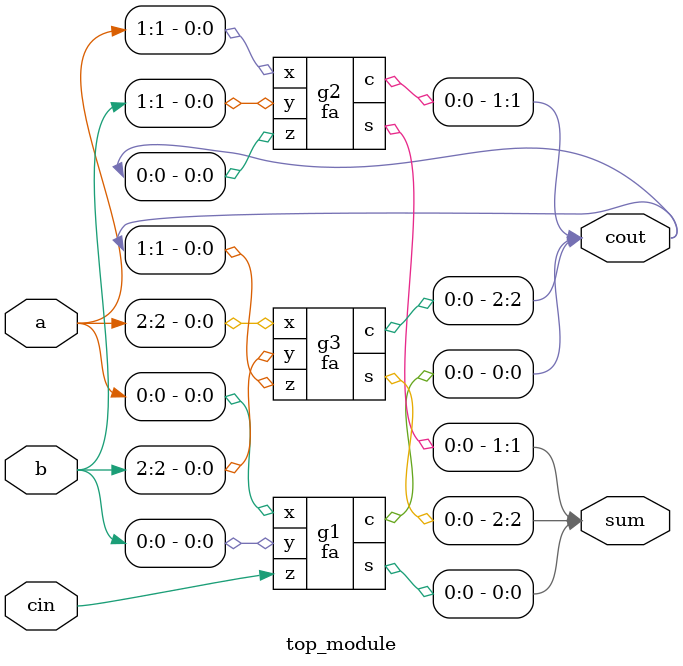
<source format=v>
module fa(input x , y, z , output s , c);
    assign s=x^y^z;
    assign c=x&&y|| (z&&(x^y));
    endmodule 
module top_module( 
    input [2:0] a, b,
    input cin,
    output [2:0] cout,
    output [2:0] sum );
    fa g1(a[0] , b[0] , cin , sum[0] , cout[0] );
    fa g2(a[1] , b[1] , cout[0], sum[1] , cout[1] );
    fa g3(a[2] , b[2] , cout[1] , sum[2] , cout[2]);

endmodule

</source>
